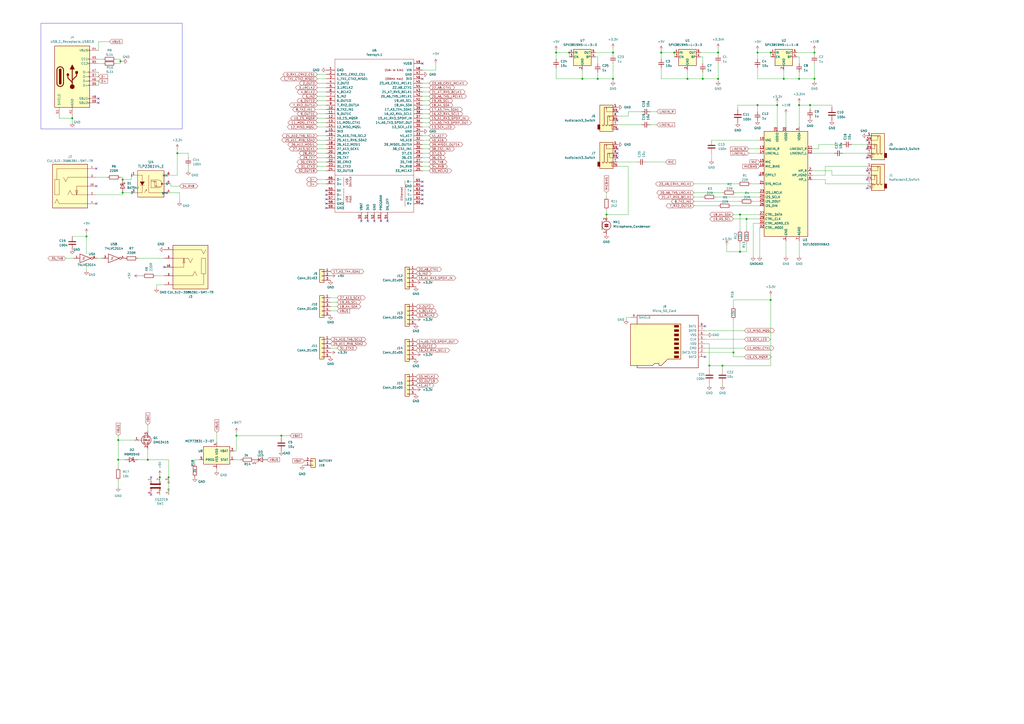
<source format=kicad_sch>
(kicad_sch (version 20231120) (generator "eeschema") (generator_version "8.0")
  (paper "A2")
  (junction (at 71.12 104.14))
  (junction (at 469.9 60.96))
  (junction (at 391.16 30.48))
  (junction (at 439.42 60.96))
  (junction (at 50.165 137.16))
  (junction (at 337.82 45.72))
  (junction (at 429.26 124.46))
  (junction (at 450.85 60.96))
  (junction (at 472.44 30.48))
  (junction (at 97.79 276.86))
  (junction (at 454.66 45.72))
  (junction (at 463.55 60.96))
  (junction (at 322.58 30.48))
  (junction (at 447.04 30.48))
  (junction (at 137.16 252.73))
  (junction (at 419.1 212.09))
  (junction (at 416.56 30.48))
  (junction (at 407.67 45.72))
  (junction (at 439.42 30.48))
  (junction (at 355.6 45.72))
  (junction (at 425.45 204.47))
  (junction (at 68.58 255.27))
  (junction (at 463.55 45.72))
  (junction (at 351.79 124.46))
  (junction (at 330.2 30.48))
  (junction (at 92.71 276.86))
  (junction (at 398.78 45.72))
  (junction (at 163.195 252.73))
  (junction (at 71.12 111.76))
  (junction (at 429.26 146.05))
  (junction (at 447.04 173.99))
  (junction (at 69.85 35.56))
  (junction (at 102.87 88.9))
  (junction (at 355.6 30.48))
  (junction (at 346.71 45.72))
  (junction (at 416.56 45.72))
  (junction (at 68.58 266.7))
  (junction (at 411.48 212.09))
  (junction (at 41.91 68.58))
  (junction (at 472.44 45.72))
  (junction (at 433.07 127))
  (junction (at 383.54 30.48))
  (junction (at 85.725 266.7))
  (no_connect (at 502.92 81.28))
  (no_connect (at 502.92 86.36))
  (no_connect (at 358.14 74.93))
  (no_connect (at 245.11 113.03))
  (no_connect (at 502.92 104.14))
  (no_connect (at 189.23 118.11))
  (no_connect (at 87.63 276.86))
  (no_connect (at 502.92 91.44))
  (no_connect (at 358.14 69.85))
  (no_connect (at 55.88 107.95))
  (no_connect (at 189.23 113.03))
  (no_connect (at 245.11 110.49))
  (no_connect (at 57.15 59.69))
  (no_connect (at 502.92 99.06))
  (no_connect (at 209.55 128.27))
  (no_connect (at 189.23 76.2))
  (no_connect (at 358.14 88.9))
  (no_connect (at 502.92 109.22))
  (no_connect (at 55.88 97.79))
  (no_connect (at 217.17 128.27))
  (no_connect (at 213.36 128.27))
  (no_connect (at 408.94 207.01))
  (no_connect (at 358.14 86.36))
  (no_connect (at 220.98 128.27))
  (no_connect (at 440.69 101.6))
  (no_connect (at 55.88 118.11))
  (no_connect (at 245.11 105.41))
  (no_connect (at 245.11 45.72))
  (no_connect (at 358.14 91.44))
  (no_connect (at 245.11 118.11))
  (no_connect (at 189.23 120.65))
  (no_connect (at 358.14 64.77))
  (no_connect (at 245.11 115.57))
  (no_connect (at 95.25 154.94))
  (no_connect (at 245.11 36.83))
  (no_connect (at 408.94 189.23))
  (no_connect (at 245.11 107.95))
  (no_connect (at 189.23 115.57))
  (no_connect (at 224.79 128.27))
  (no_connect (at 189.23 110.49))
  (no_connect (at 87.63 287.02))
  (no_connect (at 57.15 57.15))
  (wire (pts (xy 471.17 86.36) (xy 474.98 86.36)))
  (wire (pts (xy 447.04 30.48) (xy 447.04 33.02)))
  (wire (pts (xy 330.2 30.48) (xy 330.2 33.02)))
  (wire (pts (xy 135.89 266.7) (xy 139.7 266.7)))
  (wire (pts (xy 113.03 269.24) (xy 113.03 266.7)))
  (wire (pts (xy 248.92 73.66) (xy 245.11 73.66)))
  (wire (pts (xy 59.055 149.86) (xy 56.515 149.86)))
  (wire (pts (xy 137.16 261.62) (xy 137.16 252.73)))
  (wire (pts (xy 469.9 60.96) (xy 463.55 60.96)))
  (wire (pts (xy 68.58 255.27) (xy 68.58 266.7)))
  (wire (pts (xy 184.15 88.9) (xy 189.23 88.9)))
  (wire (pts (xy 391.16 30.48) (xy 391.16 33.02)))
  (wire (pts (xy 71.12 102.87) (xy 71.12 104.14)))
  (wire (pts (xy 472.44 29.21) (xy 472.44 30.48)))
  (wire (pts (xy 383.54 30.48) (xy 383.54 34.29)))
  (wire (pts (xy 358.14 72.39) (xy 372.11 72.39)))
  (wire (pts (xy 463.55 45.72) (xy 472.44 45.72)))
  (wire (pts (xy 346.71 33.02) (xy 345.44 33.02)))
  (wire (pts (xy 408.94 199.39) (xy 411.48 199.39)))
  (wire (pts (xy 252.73 40.64) (xy 245.11 40.64)))
  (wire (pts (xy 57.15 24.13) (xy 63.5 24.13)))
  (wire (pts (xy 248.92 48.26) (xy 245.11 48.26)))
  (wire (pts (xy 72.39 149.86) (xy 73.025 149.86)))
  (wire (pts (xy 69.85 35.56) (xy 71.12 35.56)))
  (wire (pts (xy 248.92 68.58) (xy 245.11 68.58)))
  (wire (pts (xy 462.28 30.48) (xy 472.44 30.48)))
  (wire (pts (xy 109.22 99.06) (xy 109.22 96.52)))
  (wire (pts (xy 447.04 171.45) (xy 447.04 173.99)))
  (wire (pts (xy 184.15 96.52) (xy 189.23 96.52)))
  (wire (pts (xy 355.6 46.99) (xy 355.6 45.72)))
  (wire (pts (xy 472.44 30.48) (xy 472.44 31.75)))
  (wire (pts (xy 463.55 59.69) (xy 463.55 60.96)))
  (wire (pts (xy 425.45 127) (xy 433.07 127)))
  (wire (pts (xy 78.105 255.27) (xy 68.58 255.27)))
  (wire (pts (xy 184.15 60.96) (xy 189.23 60.96)))
  (wire (pts (xy 429.26 124.46) (xy 440.69 124.46)))
  (wire (pts (xy 71.12 113.03) (xy 71.12 111.76)))
  (wire (pts (xy 184.15 50.8) (xy 189.23 50.8)))
  (wire (pts (xy 471.17 99.06) (xy 482.6 99.06)))
  (wire (pts (xy 184.15 71.12) (xy 189.23 71.12)))
  (wire (pts (xy 433.07 127) (xy 440.69 127)))
  (wire (pts (xy 248.92 71.12) (xy 245.11 71.12)))
  (wire (pts (xy 248.92 91.44) (xy 245.11 91.44)))
  (wire (pts (xy 97.79 266.7) (xy 97.79 276.86)))
  (wire (pts (xy 184.15 43.18) (xy 189.23 43.18)))
  (wire (pts (xy 419.1 212.09) (xy 419.1 214.63)))
  (wire (pts (xy 454.66 40.64) (xy 454.66 45.72)))
  (wire (pts (xy 419.1 212.09) (xy 447.04 212.09)))
  (wire (pts (xy 440.69 132.08) (xy 440.69 148.59)))
  (wire (pts (xy 137.16 252.73) (xy 163.195 252.73)))
  (wire (pts (xy 407.67 45.72) (xy 416.56 45.72)))
  (wire (pts (xy 358.14 96.52) (xy 364.49 96.52)))
  (wire (pts (xy 184.15 68.58) (xy 189.23 68.58)))
  (wire (pts (xy 322.58 39.37) (xy 322.58 45.72)))
  (wire (pts (xy 104.14 111.76) (xy 104.14 116.84)))
  (wire (pts (xy 429.26 133.35) (xy 429.26 124.46)))
  (wire (pts (xy 358.14 67.31) (xy 364.49 67.31)))
  (wire (pts (xy 248.92 55.88) (xy 245.11 55.88)))
  (wire (pts (xy 71.12 102.87) (xy 69.85 102.87)))
  (wire (pts (xy 365.76 184.15) (xy 363.22 184.15)))
  (wire (pts (xy 439.42 60.96) (xy 450.85 60.96)))
  (wire (pts (xy 322.58 45.72) (xy 337.82 45.72)))
  (wire (pts (xy 472.44 46.99) (xy 472.44 45.72)))
  (wire (pts (xy 76.2 101.6) (xy 77.47 101.6)))
  (wire (pts (xy 184.15 73.66) (xy 189.23 73.66)))
  (wire (pts (xy 184.15 48.26) (xy 189.23 48.26)))
  (wire (pts (xy 68.58 266.7) (xy 68.58 271.145)))
  (wire (pts (xy 80.645 160.02) (xy 82.55 160.02)))
  (wire (pts (xy 494.03 83.82) (xy 502.92 83.82)))
  (wire (pts (xy 412.75 81.28) (xy 440.69 81.28)))
  (wire (pts (xy 478.79 96.52) (xy 478.79 101.6)))
  (wire (pts (xy 34.29 67.31) (xy 34.29 68.58)))
  (wire (pts (xy 76.2 104.14) (xy 71.12 104.14)))
  (wire (pts (xy 439.42 30.48) (xy 447.04 30.48)))
  (wire (pts (xy 455.93 139.7) (xy 455.93 148.59)))
  (wire (pts (xy 184.15 91.44) (xy 189.23 91.44)))
  (wire (pts (xy 478.79 106.68) (xy 502.92 106.68)))
  (wire (pts (xy 248.92 93.98) (xy 245.11 93.98)))
  (wire (pts (xy 415.29 114.3) (xy 440.69 114.3)))
  (wire (pts (xy 469.9 63.5) (xy 469.9 60.96)))
  (wire (pts (xy 248.92 96.52) (xy 245.11 96.52)))
  (wire (pts (xy 248.92 66.04) (xy 245.11 66.04)))
  (wire (pts (xy 425.45 173.99) (xy 425.45 177.8)))
  (wire (pts (xy 41.91 68.58) (xy 41.91 71.12)))
  (wire (pts (xy 68.58 282.575) (xy 68.58 278.765)))
  (wire (pts (xy 381 72.39) (xy 377.19 72.39)))
  (wire (pts (xy 99.0854 107.95) (xy 104.14 107.95)))
  (wire (pts (xy 502.92 96.52) (xy 478.79 96.52)))
  (wire (pts (xy 386.08 93.98) (xy 374.65 93.98)))
  (wire (pts (xy 248.92 53.34) (xy 245.11 53.34)))
  (wire (pts (xy 184.15 58.42) (xy 189.23 58.42)))
  (wire (pts (xy 434.34 88.9) (xy 440.69 88.9)))
  (wire (pts (xy 482.6 99.06) (xy 482.6 101.6)))
  (wire (pts (xy 68.58 252.73) (xy 68.58 255.27)))
  (wire (pts (xy 351.79 111.76) (xy 351.79 114.3)))
  (wire (pts (xy 381 64.77) (xy 377.19 64.77)))
  (wire (pts (xy 69.85 36.83) (xy 67.31 36.83)))
  (wire (pts (xy 398.78 45.72) (xy 407.67 45.72)))
  (wire (pts (xy 398.78 40.64) (xy 398.78 45.72)))
  (wire (pts (xy 109.22 91.44) (xy 109.22 88.9)))
  (wire (pts (xy 355.6 27.94) (xy 355.6 30.48)))
  (wire (pts (xy 345.44 30.48) (xy 355.6 30.48)))
  (wire (pts (xy 482.6 62.23) (xy 482.6 60.96)))
  (wire (pts (xy 57.15 46.99) (xy 57.15 49.53)))
  (wire (pts (xy 411.48 199.39) (xy 411.48 212.09)))
  (wire (pts (xy 97.79 276.86) (xy 97.79 287.02)))
  (wire (pts (xy 97.79 101.6) (xy 102.87 101.6)))
  (wire (pts (xy 425.45 207.01) (xy 431.8 207.01)))
  (wire (pts (xy 383.54 29.21) (xy 383.54 30.48)))
  (wire (pts (xy 322.58 29.21) (xy 322.58 30.48)))
  (wire (pts (xy 447.04 173.99) (xy 447.04 212.09)))
  (wire (pts (xy 102.87 86.36) (xy 102.87 88.9)))
  (wire (pts (xy 364.49 124.46) (xy 351.79 124.46)))
  (wire (pts (xy 191.77 201.93) (xy 195.58 201.93)))
  (wire (pts (xy 402.59 116.84) (xy 429.26 116.84)))
  (wire (pts (xy 184.15 104.14) (xy 189.23 104.14)))
  (wire (pts (xy 346.71 41.91) (xy 346.71 45.72)))
  (wire (pts (xy 184.15 66.04) (xy 189.23 66.04)))
  (wire (pts (xy 419.1 223.52) (xy 419.1 222.25)))
  (wire (pts (xy 416.56 45.72) (xy 416.56 36.83)))
  (wire (pts (xy 433.07 140.97) (xy 433.07 146.05)))
  (wire (pts (xy 57.15 29.21) (xy 57.15 24.13)))
  (wire (pts (xy 351.79 125.73) (xy 351.79 124.46)))
  (wire (pts (xy 191.77 172.72) (xy 195.58 172.72)))
  (wire (pts (xy 38.1 149.86) (xy 42.545 149.86)))
  (wire (pts (xy 369.57 93.98) (xy 358.14 93.98)))
  (wire (pts (xy 407.67 33.02) (xy 406.4 33.02)))
  (wire (pts (xy 184.15 86.36) (xy 189.23 86.36)))
  (wire (pts (xy 402.59 114.3) (xy 407.67 114.3)))
  (wire (pts (xy 433.07 133.35) (xy 433.07 127)))
  (wire (pts (xy 41.91 67.31) (xy 41.91 68.58)))
  (wire (pts (xy 439.42 39.37) (xy 439.42 45.72)))
  (wire (pts (xy 402.59 119.38) (xy 416.56 119.38)))
  (wire (pts (xy 184.15 45.72) (xy 189.23 45.72)))
  (wire (pts (xy 72.39 266.7) (xy 68.58 266.7)))
  (wire (pts (xy 427.99 60.96) (xy 439.42 60.96)))
  (wire (pts (xy 248.92 58.42) (xy 245.11 58.42)))
  (wire (pts (xy 455.93 66.04) (xy 455.93 73.66)))
  (wire (pts (xy 408.94 191.77) (xy 431.8 191.77)))
  (wire (pts (xy 85.725 260.35) (xy 85.725 266.7)))
  (wire (pts (xy 71.12 111.76) (xy 77.47 111.76)))
  (wire (pts (xy 95.25 165.1) (xy 90.805 165.1)))
  (wire (pts (xy 450.85 60.96) (xy 450.85 73.66)))
  (wire (pts (xy 337.82 45.72) (xy 346.71 45.72)))
  (wire (pts (xy 439.42 64.77) (xy 439.42 60.96)))
  (wire (pts (xy 474.98 83.82) (xy 488.95 83.82)))
  (wire (pts (xy 411.48 223.52) (xy 411.48 222.25)))
  (wire (pts (xy 34.29 68.58) (xy 41.91 68.58)))
  (wire (pts (xy 463.55 41.91) (xy 463.55 45.72)))
  (wire (pts (xy 346.71 45.72) (xy 355.6 45.72)))
  (wire (pts (xy 195.58 175.26) (xy 191.77 175.26)))
  (wire (pts (xy 412.75 88.9) (xy 412.75 92.71)))
  (wire (pts (xy 252.73 36.83) (xy 252.73 40.64)))
  (wire (pts (xy 402.59 111.76) (xy 419.1 111.76)))
  (wire (pts (xy 436.88 129.54) (xy 436.88 148.59)))
  (wire (pts (xy 402.59 106.68) (xy 427.99 106.68)))
  (wire (pts (xy 416.56 30.48) (xy 416.56 31.75)))
  (wire (pts (xy 175.26 269.875) (xy 176.53 269.875)))
  (wire (pts (xy 248.92 78.74) (xy 245.11 78.74)))
  (wire (pts (xy 85.725 266.7) (xy 97.79 266.7)))
  (wire (pts (xy 184.15 81.28) (xy 189.23 81.28)))
  (wire (pts (xy 407.67 36.83) (xy 407.67 33.02)))
  (wire (pts (xy 113.03 266.7) (xy 115.57 266.7)))
  (wire (pts (xy 55.88 113.03) (xy 71.12 113.03)))
  (wire (pts (xy 383.54 39.37) (xy 383.54 45.72)))
  (wire (pts (xy 383.54 45.72) (xy 398.78 45.72)))
  (wire (pts (xy 408.94 201.93) (xy 431.8 201.93)))
  (wire (pts (xy 364.49 67.31) (xy 364.49 64.77)))
  (wire (pts (xy 440.69 129.54) (xy 436.88 129.54)))
  (wire (pts (xy 248.92 60.96) (xy 245.11 60.96)))
  (wire (pts (xy 184.15 55.88) (xy 189.23 55.88)))
  (wire (pts (xy 406.4 30.48) (xy 416.56 30.48)))
  (wire (pts (xy 337.82 40.64) (xy 337.82 45.72)))
  (wire (pts (xy 425.45 124.46) (xy 429.26 124.46)))
  (wire (pts (xy 363.22 184.15) (xy 363.22 185.42)))
  (wire (pts (xy 184.15 93.98) (xy 189.23 93.98)))
  (wire (pts (xy 248.92 99.06) (xy 245.11 99.06)))
  (wire (pts (xy 248.92 83.82) (xy 245.11 83.82)))
  (wire (pts (xy 463.55 36.83) (xy 463.55 33.02)))
  (wire (pts (xy 463.55 60.96) (xy 463.55 73.66)))
  (wire (pts (xy 135.89 261.62) (xy 137.16 261.62)))
  (wire (pts (xy 184.15 99.06) (xy 189.23 99.06)))
  (wire (pts (xy 482.6 101.6) (xy 502.92 101.6)))
  (wire (pts (xy 488.95 88.9) (xy 502.92 88.9)))
  (wire (pts (xy 248.92 81.28) (xy 245.11 81.28)))
  (wire (pts (xy 355.6 45.72) (xy 355.6 36.83)))
  (wire (pts (xy 474.98 86.36) (xy 474.98 83.82)))
  (wire (pts (xy 410.21 194.31) (xy 408.94 194.31)))
  (wire (pts (xy 90.17 160.02) (xy 95.25 160.02)))
  (wire (pts (xy 182.88 63.5) (xy 189.23 63.5)))
  (wire (pts (xy 478.79 101.6) (xy 471.17 101.6)))
  (wire (pts (xy 439.42 30.48) (xy 439.42 34.29)))
  (wire (pts (xy 463.55 33.02) (xy 462.28 33.02)))
  (wire (pts (xy 137.16 252.73) (xy 137.16 250.825)))
  (wire (pts (xy 383.54 30.48) (xy 391.16 30.48)))
  (wire (pts (xy 454.66 45.72) (xy 463.55 45.72)))
  (wire (pts (xy 436.88 116.84) (xy 440.69 116.84)))
  (wire (pts (xy 425.45 173.99) (xy 447.04 173.99)))
  (wire (pts (xy 191.77 177.8) (xy 195.58 177.8)))
  (wire (pts (xy 471.17 104.14) (xy 478.79 104.14)))
  (wire (pts (xy 450.85 59.69) (xy 450.85 60.96)))
  (wire (pts (xy 90.805 165.1) (xy 90.805 167.005)))
  (wire (pts (xy 67.31 34.29) (xy 69.85 34.29)))
  (wire (pts (xy 471.17 88.9) (xy 483.87 88.9)))
  (wire (pts (xy 416.56 46.99) (xy 416.56 45.72)))
  (wire (pts (xy 439.42 45.72) (xy 454.66 45.72)))
  (wire (pts (xy 109.22 88.9) (xy 102.87 88.9)))
  (wire (pts (xy 364.49 96.52) (xy 364.49 124.46)))
  (wire (pts (xy 427.99 63.5) (xy 427.99 60.96)))
  (wire (pts (xy 439.42 29.21) (xy 439.42 30.48)))
  (wire (pts (xy 57.15 34.29) (xy 59.69 34.29)))
  (wire (pts (xy 351.79 124.46) (xy 351.79 121.92)))
  (wire (pts (xy 425.45 185.42) (xy 425.45 204.47)))
  (wire (pts (xy 322.58 30.48) (xy 322.58 34.29)))
  (wire (pts (xy 425.45 207.01) (xy 425.45 204.47)))
  (wire (pts (xy 424.18 119.38) (xy 440.69 119.38)))
  (wire (pts (xy 463.55 139.7) (xy 463.55 148.59)))
  (wire (pts (xy 411.48 212.09) (xy 419.1 212.09)))
  (wire (pts (xy 248.92 88.9) (xy 245.11 88.9)))
  (wire (pts (xy 184.15 78.74) (xy 189.23 78.74)))
  (wire (pts (xy 125.73 250.825) (xy 125.73 256.54)))
  (wire (pts (xy 408.94 204.47) (xy 425.45 204.47)))
  (wire (pts (xy 416.56 27.94) (xy 416.56 30.48)))
  (wire (pts (xy 429.26 146.05) (xy 421.64 146.05)))
  (wire (pts (xy 97.79 106.68) (xy 99.0854 106.68)))
  (wire (pts (xy 184.15 83.82) (xy 189.23 83.82)))
  (wire (pts (xy 57.15 44.45) (xy 57.15 41.91)))
  (wire (pts (xy 346.71 36.83) (xy 346.71 33.02)))
  (wire (pts (xy 97.79 111.76) (xy 104.14 111.76)))
  (wire (pts (xy 92.71 276.86) (xy 92.71 287.02)))
  (wire (pts (xy 184.15 53.34) (xy 189.23 53.34)))
  (wire (pts (xy 69.85 35.56) (xy 69.85 36.83)))
  (wire (pts (xy 191.77 180.34) (xy 195.58 180.34)))
  (wire (pts (xy 57.15 36.83) (xy 59.69 36.83)))
  (wire (pts (xy 426.72 111.76) (xy 440.69 111.76)))
  (wire (pts (xy 50.165 156.845) (xy 50.165 152.4)))
  (wire (pts (xy 421.64 146.05) (xy 421.64 142.24)))
  (wire (pts (xy 408.94 196.85) (xy 431.8 196.85)))
  (wire (pts (xy 355.6 30.48) (xy 355.6 31.75)))
  (wire (pts (xy 99.0854 106.68) (xy 99.0854 107.95)))
  (wire (pts (xy 433.07 146.05) (xy 429.26 146.05)))
  (wire (pts (xy 55.88 102.87) (xy 62.23 102.87)))
  (wire (pts (xy 248.92 50.8) (xy 245.11 50.8)))
  (wire (pts (xy 482.6 60.96) (xy 469.9 60.96)))
  (wire (pts (xy 50.165 137.16) (xy 50.165 147.32)))
  (wire (pts (xy 478.79 104.14) (xy 478.79 106.68)))
  (wire (pts (xy 69.85 34.29) (xy 69.85 35.56)))
  (wire (pts (xy 50.165 135.255) (xy 50.165 137.16)))
  (wire (pts (xy 472.44 45.72) (xy 472.44 36.83)))
  (wire (pts (xy 80.01 149.86) (xy 95.25 149.86)))
  (wire (pts (xy 125.73 273.05) (xy 125.73 271.78)))
  (wire (pts (xy 407.67 41.91) (xy 407.67 45.72)))
  (wire (pts (xy 248.92 63.5) (xy 245.11 63.5)))
  (wire (pts (xy 85.725 246.38) (xy 85.725 250.19)))
  (wire (pts (xy 184.15 106.68) (xy 189.23 106.68)))
  (wire (pts (xy 322.58 30.48) (xy 330.2 30.48)))
  (wire (pts (xy 80.01 266.7) (xy 85.725 266.7)))
  (wire (pts (xy 435.61 106.68) (xy 440.69 106.68)))
  (wire (pts (xy 364.49 64.77) (xy 372.11 64.77)))
  (wire (pts (xy 429.26 140.97) (xy 429.26 146.05)))
  (wire (pts (xy 248.92 86.36) (xy 245.11 86.36)))
  (wire (pts (xy 102.87 88.9) (xy 102.87 101.6)))
  (wire (pts (xy 92.71 275.59) (xy 92.71 276.86)))
  (wire (pts (xy 41.91 137.16) (xy 50.165 137.16)))
  (wire (pts (xy 163.195 252.73) (xy 163.195 254)))
  (wire (pts (xy 76.2 101.6) (xy 76.2 104.14)))
  (wire (pts (xy 434.34 86.36) (xy 440.69 86.36)))
  (wire (pts (xy 163.195 252.73) (xy 168.275 252.73)))
  (wire (pts (xy 411.48 212.09) (xy 411.48 214.63)))
  (rectangle (start 23.749 13.462) (end 105.664 74.803))
  (global_label "20_A6_TX5_LRCLK1" (shape bidirectional) (at 402.59 111.76 180) (property "Intersheetrefs" "${INTERSHEET_REFS}" (effects (hide yes))))
  (global_label "22_A8_CTX1" (shape bidirectional) (at 248.92 50.8 0) (property "Intersheetrefs" "${INTERSHEET_REFS}" (effects (hide yes))))
  (global_label "37_CS" (shape bidirectional) (at 248.92 88.9 0) (property "Intersheetrefs" "${INTERSHEET_REFS}" (effects (hide yes))))
  (global_label "25_A11_RX6_SDA2" (shape bidirectional) (at 184.15 81.28 180) (property "Intersheetrefs" "${INTERSHEET_REFS}" (effects (hide yes))))
  (global_label "3_LRCLK2" (shape bidirectional) (at 241.3 182.88 0) (property "Intersheetrefs" "${INTERSHEET_REFS}" (effects (hide yes))))
  (global_label "17_A3_TX4_SDA1" (shape bidirectional) (at 191.77 157.48 0) (property "Intersheetrefs" "${INTERSHEET_REFS}" (effects (hide yes))))
  (global_label "3_LRCLK2" (shape bidirectional) (at 184.15 50.8 180) (property "Intersheetrefs" "${INTERSHEET_REFS}" (effects (hide yes))))
  (global_label "5_IN2" (shape bidirectional) (at 241.3 158.75 0) (property "Intersheetrefs" "${INTERSHEET_REFS}" (effects (hide yes))))
  (global_label "MIC" (shape input) (at 440.69 93.98 180) (property "Intersheetrefs" "${INTERSHEET_REFS}" (effects (hide yes))))
  (global_label "12_MISO_MQSL" (shape bidirectional) (at 431.8 191.77 0) (property "Intersheetrefs" "${INTERSHEET_REFS}" (effects (hide yes))))
  (global_label "35_TX8" (shape bidirectional) (at 248.92 93.98 0) (property "Intersheetrefs" "${INTERSHEET_REFS}" (effects (hide yes))))
  (global_label "VBUS" (shape input) (at 154.94 266.7 0) (property "Intersheetrefs" "${INTERSHEET_REFS}" (effects (hide yes))))
  (global_label "9_OUT1C" (shape bidirectional) (at 241.3 200.66 0) (property "Intersheetrefs" "${INTERSHEET_REFS}" (effects (hide yes))))
  (global_label "32_OUT1B" (shape bidirectional) (at 241.3 220.98 0) (property "Intersheetrefs" "${INTERSHEET_REFS}" (effects (hide yes))))
  (global_label "VBUS" (shape input) (at 195.58 180.34 0) (property "Intersheetrefs" "${INTERSHEET_REFS}" (effects (hide yes))))
  (global_label "32_OUT1B" (shape bidirectional) (at 184.15 99.06 180) (property "Intersheetrefs" "${INTERSHEET_REFS}" (effects (hide yes))))
  (global_label "19_A5_SCL" (shape bidirectional) (at 195.58 175.26 0) (property "Intersheetrefs" "${INTERSHEET_REFS}" (effects (hide yes))))
  (global_label "4_BCLK2" (shape bidirectional) (at 184.15 53.34 180) (property "Intersheetrefs" "${INTERSHEET_REFS}" (effects (hide yes))))
  (global_label "5_IN2" (shape bidirectional) (at 184.15 55.88 180) (property "Intersheetrefs" "${INTERSHEET_REFS}" (effects (hide yes))))
  (global_label "40_A16" (shape bidirectional) (at 248.92 81.28 0) (property "Intersheetrefs" "${INTERSHEET_REFS}" (effects (hide yes))))
  (global_label "23_A9_CRX1_MCLK1" (shape bidirectional) (at 248.92 48.26 0) (property "Intersheetrefs" "${INTERSHEET_REFS}" (effects (hide yes))))
  (global_label "15_A1_RX3_SPDIF_IN" (shape bidirectional) (at 241.3 161.29 0) (property "Intersheetrefs" "${INTERSHEET_REFS}" (effects (hide yes))))
  (global_label "7_RX2_OUT1A" (shape bidirectional) (at 184.15 60.96 180) (property "Intersheetrefs" "${INTERSHEET_REFS}" (effects (hide yes))))
  (global_label "33_MCLK2" (shape bidirectional) (at 248.92 99.06 0) (property "Intersheetrefs" "${INTERSHEET_REFS}" (effects (hide yes))))
  (global_label "21_A7_RX5_BCLK1" (shape bidirectional) (at 402.59 114.3 180) (property "Intersheetrefs" "${INTERSHEET_REFS}" (effects (hide yes))))
  (global_label "25_A11_RX6_SDA2" (shape bidirectional) (at 191.77 199.39 0) (property "Intersheetrefs" "${INTERSHEET_REFS}" (effects (hide yes))))
  (global_label "VBUS" (shape input) (at 63.5 24.13 0) (property "Intersheetrefs" "${INTERSHEET_REFS}" (effects (hide yes))))
  (global_label "1_TX1_CTX2_MISO1" (shape bidirectional) (at 184.15 45.72 180) (property "Intersheetrefs" "${INTERSHEET_REFS}" (effects (hide yes))))
  (global_label "19_A5_SCL" (shape bidirectional) (at 248.92 58.42 0) (property "Intersheetrefs" "${INTERSHEET_REFS}" (effects (hide yes))))
  (global_label "12_MISO_MQSL" (shape bidirectional) (at 184.15 73.66 180) (property "Intersheetrefs" "${INTERSHEET_REFS}" (effects (hide yes))))
  (global_label "6_OUT1D" (shape bidirectional) (at 184.15 58.42 180) (property "Intersheetrefs" "${INTERSHEET_REFS}" (effects (hide yes))))
  (global_label "18_A4_SDA" (shape bidirectional) (at 425.45 124.46 180) (property "Intersheetrefs" "${INTERSHEET_REFS}" (effects (hide yes))))
  (global_label "LINEIN_R" (shape input) (at 381 64.77 0) (property "Intersheetrefs" "${INTERSHEET_REFS}" (effects (hide yes))))
  (global_label "13_SCK_LED" (shape bidirectional) (at 431.8 196.85 0) (property "Intersheetrefs" "${INTERSHEET_REFS}" (effects (hide yes))))
  (global_label "23_A9_CRX1_MCLK1" (shape bidirectional) (at 402.59 106.68 180) (property "Intersheetrefs" "${INTERSHEET_REFS}" (effects (hide yes))))
  (global_label "9_OUT1C" (shape bidirectional) (at 184.15 66.04 180) (property "Intersheetrefs" "${INTERSHEET_REFS}" (effects (hide yes))))
  (global_label "19_A5_SCL" (shape bidirectional) (at 425.45 127 180) (property "Intersheetrefs" "${INTERSHEET_REFS}" (effects (hide yes))))
  (global_label "MICBIAS" (shape input) (at 351.79 111.76 90) (property "Intersheetrefs" "${INTERSHEET_REFS}" (effects (hide yes))))
  (global_label "28_RX7" (shape bidirectional) (at 184.15 88.9 180) (property "Intersheetrefs" "${INTERSHEET_REFS}" (effects (hide yes))))
  (global_label "D-" (shape input) (at 57.15 44.45 0) (property "Intersheetrefs" "${INTERSHEET_REFS}" (effects (hide yes))))
  (global_label "D-" (shape bidirectional) (at 184.15 104.14 180) (property "Intersheetrefs" "${INTERSHEET_REFS}" (effects (hide yes))))
  (global_label "39_MISO1_OUT1A" (shape bidirectional) (at 248.92 83.82 0) (property "Intersheetrefs" "${INTERSHEET_REFS}" (effects (hide yes))))
  (global_label "26_A12_MOSI1" (shape bidirectional) (at 184.15 83.82 180) (property "Intersheetrefs" "${INTERSHEET_REFS}" (effects (hide yes))))
  (global_label "D+" (shape bidirectional) (at 184.15 106.68 180) (property "Intersheetrefs" "${INTERSHEET_REFS}" (effects (hide yes))))
  (global_label "8_TX2_IN1" (shape bidirectional) (at 402.59 116.84 180) (property "Intersheetrefs" "${INTERSHEET_REFS}" (effects (hide yes))))
  (global_label "MIC" (shape input) (at 386.08 93.98 0) (property "Intersheetrefs" "${INTERSHEET_REFS}" (effects (hide yes))))
  (global_label "41_A17" (shape bidirectional) (at 241.3 223.52 0) (property "Intersheetrefs" "${INTERSHEET_REFS}" (effects (hide yes))))
  (global_label "21_A7_RX5_BCLK1" (shape bidirectional) (at 248.92 53.34 0) (property "Intersheetrefs" "${INTERSHEET_REFS}" (effects (hide yes))))
  (global_label "20_A6_TX5_LRCLK1" (shape bidirectional) (at 248.92 55.88 0) (property "Intersheetrefs" "${INTERSHEET_REFS}" (effects (hide yes))))
  (global_label "31_CTX3" (shape bidirectional) (at 184.15 96.52 180) (property "Intersheetrefs" "${INTERSHEET_REFS}" (effects (hide yes))))
  (global_label "LINEIN_R" (shape input) (at 434.34 86.36 180) (property "Intersheetrefs" "${INTERSHEET_REFS}" (effects (hide yes))))
  (global_label "8_TX2_IN1" (shape bidirectional) (at 182.88 63.5 180) (property "Intersheetrefs" "${INTERSHEET_REFS}" (effects (hide yes))))
  (global_label "36_CS" (shape bidirectional) (at 248.92 91.44 0) (property "Intersheetrefs" "${INTERSHEET_REFS}" (effects (hide yes))))
  (global_label "0_RX1_CRX2_CS1" (shape bidirectional) (at 184.15 43.18 180) (property "Intersheetrefs" "${INTERSHEET_REFS}" (effects (hide yes))))
  (global_label "VBAT" (shape input) (at 176.53 267.335 180) (property "Intersheetrefs" "${INTERSHEET_REFS}" (effects (hide yes))))
  (global_label "2_OUT2" (shape bidirectional) (at 241.3 177.8 0) (property "Intersheetrefs" "${INTERSHEET_REFS}" (effects (hide yes))))
  (global_label "27_A13_SCK1" (shape bidirectional) (at 184.15 86.36 180) (property "Intersheetrefs" "${INTERSHEET_REFS}" (effects (hide yes))))
  (global_label "34_RX8" (shape bidirectional) (at 248.92 96.52 0) (property "Intersheetrefs" "${INTERSHEET_REFS}" (effects (hide yes))))
  (global_label "10_CS_MQSR" (shape bidirectional) (at 431.8 207.01 0) (property "Intersheetrefs" "${INTERSHEET_REFS}" (effects (hide yes))))
  (global_label "18_A4_SDA" (shape bidirectional) (at 195.58 177.8 0) (property "Intersheetrefs" "${INTERSHEET_REFS}" (effects (hide yes))))
  (global_label "LINEIN_L" (shape input) (at 434.34 88.9 180) (property "Intersheetrefs" "${INTERSHEET_REFS}" (effects (hide yes))))
  (global_label "13_SCK_LED" (shape bidirectional) (at 248.92 73.66 0) (property "Intersheetrefs" "${INTERSHEET_REFS}" (effects (hide yes))))
  (global_label "31_CTX3" (shape bidirectional) (at 195.58 201.93 0) (property "Intersheetrefs" "${INTERSHEET_REFS}" (effects (hide yes))))
  (global_label "38_CS1_IN1" (shape bidirectional) (at 248.92 86.36 0) (property "Intersheetrefs" "${INTERSHEET_REFS}" (effects (hide yes))))
  (global_label "14_A0_TX3_SPDIF_OUT" (shape bidirectional) (at 248.92 71.12 0) (property "Intersheetrefs" "${INTERSHEET_REFS}" (effects (hide yes))))
  (global_label "18_A4_SDA" (shape bidirectional) (at 248.92 60.96 0) (property "Intersheetrefs" "${INTERSHEET_REFS}" (effects (hide yes))))
  (global_label "24_A10_TX6_SCL2" (shape bidirectional) (at 184.15 78.74 180) (property "Intersheetrefs" "${INTERSHEET_REFS}" (effects (hide yes))))
  (global_label "11_MOSI_CTX1" (shape bidirectional) (at 184.15 71.12 180) (property "Intersheetrefs" "${INTERSHEET_REFS}" (effects (hide yes))))
  (global_label "35_TX8" (shape bidirectional) (at 38.1 149.86 180) (property "Intersheetrefs" "${INTERSHEET_REFS}" (effects (hide yes))))
  (global_label "14_A0_TX3_SPDIF_OUT" (shape bidirectional) (at 241.3 198.12 0) (property "Intersheetrefs" "${INTERSHEET_REFS}" (effects (hide yes))))
  (global_label "34_RX8" (shape bidirectional) (at 104.14 107.95 0) (property "Intersheetrefs" "${INTERSHEET_REFS}" (effects (hide yes))))
  (global_label "VBAT" (shape input) (at 168.275 252.73 0) (property "Intersheetrefs" "${INTERSHEET_REFS}" (effects (hide yes))))
  (global_label "VBUS" (shape input) (at 68.58 252.73 90) (property "Intersheetrefs" "${INTERSHEET_REFS}" (effects (hide yes))))
  (global_label "41_A17" (shape bidirectional) (at 248.92 78.74 0) (property "Intersheetrefs" "${INTERSHEET_REFS}" (effects (hide yes))))
  (global_label "16_A2_RX4_SCL1" (shape bidirectional) (at 248.92 66.04 0) (property "Intersheetrefs" "${INTERSHEET_REFS}" (effects (hide yes))))
  (global_label "30_CRX3" (shape bidirectional) (at 184.15 93.98 180) (property "Intersheetrefs" "${INTERSHEET_REFS}" (effects (hide yes))))
  (global_label "7_RX2_OUT1A" (shape bidirectional) (at 402.59 119.38 180) (property "Intersheetrefs" "${INTERSHEET_REFS}" (effects (hide yes))))
  (global_label "27_A13_SCK1" (shape bidirectional) (at 195.58 172.72 0) (property "Intersheetrefs" "${INTERSHEET_REFS}" (effects (hide yes))))
  (global_label "MICBIAS" (shape input) (at 440.69 96.52 180) (property "Intersheetrefs" "${INTERSHEET_REFS}" (effects (hide yes))))
  (global_label "29_TX7" (shape bidirectional) (at 184.15 91.44 180) (property "Intersheetrefs" "${INTERSHEET_REFS}" (effects (hide yes))))
  (global_label "33_MCLK2" (shape bidirectional) (at 241.3 218.44 0) (property "Intersheetrefs" "${INTERSHEET_REFS}" (effects (hide yes))))
  (global_label "VBAT" (shape input) (at 85.725 246.38 90) (property "Intersheetrefs" "${INTERSHEET_REFS}" (effects (hide yes))))
  (global_label "10_CS_MQSR" (shape bidirectional) (at 184.15 68.58 180) (property "Intersheetrefs" "${INTERSHEET_REFS}" (effects (hide yes))))
  (global_label "16_A2_RX4_SCL1" (shape bidirectional) (at 241.3 203.2 0) (property "Intersheetrefs" "${INTERSHEET_REFS}" (effects (hide yes))))
  (global_label "24_A10_TX6_SCL2" (shape bidirectional) (at 191.77 196.85 0) (property "Intersheetrefs" "${INTERSHEET_REFS}" (effects (hide yes))))
  (global_label "D+" (shape input) (at 57.15 46.99 0) (property "Intersheetrefs" "${INTERSHEET_REFS}" (effects (hide yes))))
  (global_label "LINEIN_L" (shape input) (at 381 72.39 0) (property "Intersheetrefs" "${INTERSHEET_REFS}" (effects (hide yes))))
  (global_label "VBUS" (shape input) (at 125.73 250.825 90) (property "Intersheetrefs" "${INTERSHEET_REFS}" (effects (hide yes))))
  (global_label "4_BCLK2" (shape bidirectional) (at 241.3 180.34 0) (property "Intersheetrefs" "${INTERSHEET_REFS}" (effects (hide yes))))
  (global_label "2_OUT2" (shape bidirectional) (at 184.15 48.26 180) (property "Intersheetrefs" "${INTERSHEET_REFS}" (effects (hide yes))))
  (global_label "11_MOSI_CTX1" (shape bidirectional) (at 431.8 201.93 0) (property "Intersheetrefs" "${INTERSHEET_REFS}" (effects (hide yes))))
  (global_label "22_A8_CTX1" (shape bidirectional) (at 241.3 156.21 0) (property "Intersheetrefs" "${INTERSHEET_REFS}" (effects (hide yes))))
  (global_label "17_A3_TX4_SDA1" (shape bidirectional) (at 248.92 63.5 0) (property "Intersheetrefs" "${INTERSHEET_REFS}" (effects (hide yes))))
  (global_label "15_A1_RX3_SPDIF_IN" (shape bidirectional) (at 248.92 68.58 0) (property "Intersheetrefs" "${INTERSHEET_REFS}" (effects (hide yes))))
  (symbol (lib_id "power:+3.3V") (at 191.77 204.47 270) (unit 1)
    (property "Reference" "#PWR048" (effects (hide yes)))
    (property "Value" "+3.3V" (at 195.58 204.4699 90) (effects (justify left)))
  )
  (symbol (lib_id "Device:C_Small") (at 416.56 34.29 0) (unit 1)
    (property "Reference" "C1" (at 419.1 33.0263 0) (effects (justify left)))
    (property "Value" "1u" (at 419.1 35.5663 0) (effects (justify left)))
    (property "Footprint" "Capacitor_SMD:C_0402_1005Metric" (effects (hide yes)))
    (property "lcsc#" "C52923" (effects (hide yes)))
    (property "LCSC" "C52923" (effects (hide yes)))
  )
  (symbol (lib_id "power:GND") (at 355.6 46.99 0) (unit 1)
    (property "Reference" "#PWR055" (effects (hide yes)))
    (property "Value" "GND" (at 355.6 51.435 0))
  )
  (symbol (lib_id "Device:LED") (at 151.13 266.7 0) (unit 1)
    (property "Reference" "D3" (at 151.13 262.255 0))
    (property "Value" "LED" (at 151.13 264.16 0))
    (property "Footprint" "LED_SMD:LED_0603_1608Metric" (effects (hide yes)))
    (property "lcsc#" "C2286" (effects (hide yes)))
    (property "LCSC" "C2286" (effects (hide yes)))
  )
  (symbol (lib_id "power:+5V") (at 383.54 29.21 0) (unit 1)
    (property "Reference" "#PWR03" (effects (hide yes)))
    (property "Value" "+5V" (at 383.54 24.13 0))
  )
  (symbol (lib_id "Device:Q_PMOS_GSD") (at 83.185 255.27 0) (unit 1)
    (property "Reference" "Q1" (at 88.9 254 0) (effects (justify left)))
    (property "Value" "DMG3415" (at 88.9 256.54 0) (effects (justify left)))
    (property "Footprint" "Package_TO_SOT_SMD:SOT-23" (effects (hide yes)))
    (property "lcsc#" "C7202986" (effects (hide yes)))
    (property "LCSC" "C7202986" (effects (hide yes)))
  )
  (symbol (lib_id "power:GND") (at 410.21 194.31 90) (unit 1)
    (property "Reference" "#PWR039" (effects (hide yes)))
    (property "Value" "GND" (at 417.195 194.31 90) (effects (justify left)))
  )
  (symbol (lib_id "power:GND") (at 71.12 35.56 90) (unit 1)
    (property "Reference" "#PWR032" (effects (hide yes)))
    (property "Value" "GND" (at 71.12 33.02 90) (effects (justify right)))
  )
  (symbol (lib_id "Device:R") (at 422.91 111.76 90) (unit 1)
    (property "Reference" "R2" (at 423.164 106.934 90))
    (property "Value" "22R" (at 423.164 109.474 90))
    (property "Footprint" "Resistor_SMD:R_0402_1005Metric" (effects (hide yes)))
    (property "lcsc#" "C25092" (effects (hide yes)))
    (property "LCSC" "C25092" (effects (hide yes)))
  )
  (symbol (lib_id "Device:R") (at 76.2 149.86 90) (unit 1)
    (property "Reference" "R7" (at 76.2 144.145 90))
    (property "Value" "220R" (at 76.2 146.685 90))
    (property "Footprint" "Resistor_SMD:R_0603_1608Metric" (effects (hide yes)))
    (property "lcsc#" "C22962" (effects (hide yes)))
    (property "LCSC" "C22962" (effects (hide yes)))
  )
  (symbol (lib_id "power:GND") (at 241.3 208.28 0) (mirror y) (unit 1)
    (property "Reference" "#PWR062" (effects (hide yes)))
    (property "Value" "GND" (at 241.3 212.344 0))
  )
  (symbol (lib_id "Connector_Audio:AudioJack3_Switch") (at 353.06 88.9 0) (unit 1)
    (property "Reference" "J7" (at 345.44 88.8999 0) (effects (justify right)))
    (property "Value" "AudioJack3_Switch" (at 345.44 91.4399 0) (effects (justify right)))
    (property "Footprint" "Connector_Audio:Jack_6.35mm_Neutrik_NMJ6HCD2_Horizontal" (effects (hide yes)))
    (property "Description" "Audio Jack, 3 Poles (Stereo / TRS), Switched Poles (Normalling)" (effects (hide yes)))
    (property "lcsc#" "C368502" (effects (hide yes)))
    (property "LCSC" "C368502" (effects (hide yes)))
  )
  (symbol (lib_id "power:GND") (at 109.22 99.06 0) (mirror y) (unit 1)
    (property "Reference" "#PWR023" (effects (hide yes)))
    (property "Value" "GND" (at 113.03 101.6 0))
  )
  (symbol (lib_id "power:+3.3V") (at 241.3 226.06 270) (unit 1)
    (property "Reference" "#PWR063" (effects (hide yes)))
    (property "Value" "+3.3V" (at 245.11 226.0599 90) (effects (justify left)))
  )
  (symbol (lib_id "74xGxx:74LVC2G14") (at 66.675 149.86 0) (unit 2)
    (property "Reference" "U5" (at 66.04 141.605 0))
    (property "Value" "74LVC2G14" (at 66.04 144.145 0))
    (property "Footprint" "Package_TO_SOT_SMD:SOT-23-6" (effects (hide yes)))
    (property "Datasheet" "https://www.ti.com/lit/ds/symlink/sn74lvc2g14.pdf" (effects (hide yes)))
    (property "LCSC Part #" "C12401" (effects (hide yes)))
    (property "lcsc#" "C12401" (effects (hide yes)))
    (property "LCSC" "C12401" (effects (hide yes)))
  )
  (symbol (lib_id "power:GND") (at 463.55 148.59 0) (unit 1)
    (property "Reference" "#PWR021" (effects (hide yes)))
    (property "Value" "GND" (at 463.55 153.0334 0))
  )
  (symbol (lib_id "power:GND") (at 439.42 69.85 0) (unit 1)
    (property "Reference" "#PWR014" (effects (hide yes)))
    (property "Value" "GND" (at 439.42 74.2934 0))
  )
  (symbol (lib_id "Connector:Micro_SD_Card") (at 386.08 199.39 180) (unit 1)
    (property "Reference" "J8" (at 385.445 177.8 0))
    (property "Value" "Micro_SD_Card" (at 385.445 180.34 0))
    (property "Footprint" "Connector_Card:microSD_HC_Hirose_DM3BT-DSF-PEJS" (effects (hide yes)))
    (property "Datasheet" "http://katalog.we-online.de/em/datasheet/693072010801.pdf" (effects (hide yes)))
    (property "lcsc#" "C597972" (effects (hide yes)))
    (property "LCSC" "C597972" (effects (hide yes)))
  )
  (symbol (lib_id "Device:R") (at 431.8 106.68 90) (unit 1)
    (property "Reference" "R1" (at 432.054 101.854 90))
    (property "Value" "22R" (at 432.054 104.394 90))
    (property "Footprint" "Resistor_SMD:R_0402_1005Metric" (effects (hide yes)))
    (property "lcsc#" "C25092" (effects (hide yes)))
    (property "LCSC" "C25092" (effects (hide yes)))
  )
  (symbol (lib_id "Device:C_Small") (at 374.65 72.39 90) (unit 1)
    (property "Reference" "C19" (at 373.3863 69.85 0) (effects (justify left)))
    (property "Value" "10u" (at 375.9263 69.85 0) (effects (justify left)))
    (property "Footprint" "Capacitor_SMD:C_0603_1608Metric" (effects (hide yes)))
    (property "lcsc#" "C19702" (effects (hide yes)))
    (property "LCSC" "C19702" (effects (hide yes)))
  )
  (symbol (lib_id "power:GND") (at 113.03 276.86 0) (unit 1)
    (property "Reference" "#PWR068" (effects (hide yes)))
    (property "Value" "GND" (at 114.935 279.4 0) (effects (justify left)))
  )
  (symbol (lib_id "Device:R") (at 143.51 266.7 270) (unit 1)
    (property "Reference" "R14" (at 143.51 269.24 90))
    (property "Value" "2k" (at 142.875 264.16 90))
    (property "Footprint" "Resistor_SMD:R_0603_1608Metric" (effects (hide yes)))
    (property "lcsc#" "C22975" (effects (hide yes)))
    (property "LCSC" "C22975" (effects (hide yes)))
  )
  (symbol (lib_id "Regulator_Linear:SPX3819M5-L-3-3") (at 398.78 33.02 0) (unit 1)
    (property "Reference" "U1" (at 398.78 23.495 0))
    (property "Value" "SPX3819M5-L-3-3" (at 397.51 26.035 0))
    (property "Footprint" "Package_TO_SOT_SMD:SOT-23-5" (effects (hide yes)))
    (property "Datasheet" "https://www.exar.com/content/document.ashx?id=22106&languageid=1033&type=Datasheet&partnumber=SPX3819&filename=SPX3819.pdf&part=SPX3819" (effects (hide yes)))
    (property "lcsc#" "C9055" (effects (hide yes)))
    (property "LCSC" "C9055" (effects (hide yes)))
  )
  (symbol (lib_id "Device:C_Small") (at 374.65 64.77 90) (unit 1)
    (property "Reference" "C18" (at 373.3863 62.23 0) (effects (justify left)))
    (property "Value" "10u" (at 375.9263 62.23 0) (effects (justify left)))
    (property "Footprint" "Capacitor_SMD:C_0603_1608Metric" (effects (hide yes)))
    (property "lcsc#" "C19702" (effects (hide yes)))
    (property "LCSC" "C19702" (effects (hide yes)))
  )
  (symbol (lib_id "Switch:SW_Slide_DPDT") (at 92.71 281.94 90) (mirror x) (unit 1)
    (property "Reference" "SW1" (at 90.932 292.1 90) (effects (justify right)))
    (property "Value" "EG2219" (at 89.916 289.814 90) (effects (justify right)))
    (property "Footprint" "myLibKicad:EG2219" (effects (hide yes)))
    (property "Description" "Slide Switch, dual pole double throw" (effects (hide yes)))
    (property "lcsc#" "C3664594" (effects (hide yes)))
    (property "LCSC" "C3664594" (effects (hide yes)))
  )
  (symbol (lib_id "power:GND") (at 440.69 148.59 0) (unit 1)
    (property "Reference" "#PWR019" (effects (hide yes)))
    (property "Value" "GND" (at 440.69 153.0334 0))
  )
  (symbol (lib_id "power:+5V") (at 50.165 135.255 0) (unit 1)
    (property "Reference" "#PWR025" (effects (hide yes)))
    (property "Value" "+5V" (at 50.165 129.54 0))
  )
  (symbol (lib_id "power:GND") (at 50.165 156.845 0) (unit 1)
    (property "Reference" "#PWR028" (effects (hide yes)))
    (property "Value" "GND" (at 53.34 159.385 0))
  )
  (symbol (lib_id "power:GND") (at 412.75 92.71 0) (unit 1)
    (property "Reference" "#PWR017" (effects (hide yes)))
    (property "Value" "GND" (at 412.75 97.1534 0))
  )
  (symbol (lib_id "power:GND") (at 191.77 162.56 0) (unit 1)
    (property "Reference" "#PWR050" (effects (hide yes)))
    (property "Value" "GND" (at 191.77 166.624 0))
  )
  (symbol (lib_id "power:GND") (at 469.9 68.58 0) (unit 1)
    (property "Reference" "#PWR013" (effects (hide yes)))
    (property "Value" "GND" (at 469.9 73.0234 0))
  )
  (symbol (lib_id "Regulator_Linear:SPX3819M5-L-3-3") (at 454.66 33.02 0) (unit 1)
    (property "Reference" "U2" (at 454.66 23.495 0))
    (property "Value" "SPX3819M5-L-1-8" (at 453.39 26.035 0))
    (property "Footprint" "Package_TO_SOT_SMD:SOT-23-5" (effects (hide yes)))
    (property "Datasheet" "https://www.exar.com/content/document.ashx?id=22106&languageid=1033&type=Datasheet&partnumber=SPX3819&filename=SPX3819.pdf&part=SPX3819" (effects (hide yes)))
    (property "lcsc#" "C24639" (effects (hide yes)))
    (property "LCSC" "C24639" (effects (hide yes)))
  )
  (symbol (lib_id "power:GND") (at 427.99 71.12 0) (unit 1)
    (property "Reference" "#PWR016" (effects (hide yes)))
    (property "Value" "GND" (at 427.99 75.5634 0))
  )
  (symbol (lib_id "power:GND") (at 125.73 273.05 0) (unit 1)
    (property "Reference" "#PWR066" (effects (hide yes)))
    (property "Value" "GND" (at 127.635 275.59 0) (effects (justify left)))
  )
  (symbol (lib_id "New_Library:SJ2-35863B1-SMT-TR") (at 40.64 107.95 0) (unit 1)
    (property "Reference" "J2" (at 40.64 90.805 0))
    (property "Value" "CUI_SJ2-35863B1-SMT-TR" (at 40.64 93.345 0))
    (property "Footprint" "myLibKicad:CUI_SJ2-35863B1-SMT-TR" (effects (hide yes)))
    (property "PARTREV" "1.04" (effects (hide yes)))
    (property "STANDARD" "Manufacturer Recommendations" (effects (hide yes)))
    (property "MAXIMUM_PACKAGE_HEIGHT" "4.4 mm" (effects (hide yes)))
    (property "MANUFACTURER" "CUI Devices" (effects (hide yes)))
    (property "lcsc#" "C4992707" (effects (hide yes)))
    (property "LCSC" "C4992707" (effects (hide yes)))
  )
  (symbol (lib_id "power:+BATT") (at 137.16 250.825 0) (unit 1)
    (property "Reference" "#PWR06" (effects (hide yes)))
    (property "Value" "+BATT" (at 137.16 245.11 0))
  )
  (symbol (lib_id "Device:R") (at 425.45 181.61 180) (unit 1)
    (property "Reference" "R16" (at 424.815 170.815 90))
    (property "Value" "10k" (at 425.45 181.61 90))
    (property "Footprint" "Resistor_SMD:R_0402_1005Metric" (effects (hide yes)))
    (property "lcsc#" "C98220" (effects (hide yes)))
    (property "LCSC" "C98220" (effects (hide yes)))
  )
  (symbol (lib_id "Device:C_Small") (at 463.55 39.37 0) (unit 1)
    (property "Reference" "C8" (at 466.09 38.1063 0) (effects (justify left)))
    (property "Value" "1u" (at 466.09 40.6463 0) (effects (justify left)))
    (property "Footprint" "Capacitor_SMD:C_0402_1005Metric" (effects (hide yes)))
    (property "lcsc#" "C52923" (effects (hide yes)))
    (property "LCSC" "C52923" (effects (hide yes)))
  )
  (symbol (lib_id "Device:C_Small") (at 486.41 88.9 90) (unit 1)
    (property "Reference" "C17" (at 485.1463 86.36 0) (effects (justify left)))
    (property "Value" "10u" (at 487.6863 86.36 0) (effects (justify left)))
    (property "Footprint" "Capacitor_SMD:C_0603_1608Metric" (effects (hide yes)))
    (property "lcsc#" "C19702" (effects (hide yes)))
    (property "LCSC" "C19702" (effects (hide yes)))
  )
  (symbol (lib_id "New_Library:SJ2-35863B1-SMT-TR") (at 110.49 154.94 180) (unit 1)
    (property "Reference" "J3" (at 110.49 172.085 0))
    (property "Value" "CUI_SJ2-35863B1-SMT-TR" (at 110.49 169.545 0))
    (property "Footprint" "myLibKicad:CUI_SJ2-35863B1-SMT-TR" (effects (hide yes)))
    (property "PARTREV" "1.04" (effects (hide yes)))
    (property "STANDARD" "Manufacturer Recommendations" (effects (hide yes)))
    (property "MAXIMUM_PACKAGE_HEIGHT" "4.4 mm" (effects (hide yes)))
    (property "MANUFACTURER" "CUI Devices" (effects (hide yes)))
    (property "lcsc#" "C4992707" (effects (hide yes)))
    (property "LCSC" "C4992707" (effects (hide yes)))
  )
  (symbol (lib_id "power:+3.3VA") (at 463.55 59.69 0) (unit 1)
    (property "Reference" "#PWR011" (effects (hide yes)))
    (property "Value" "+3.3VA" (at 463.55 54.61 0))
    (property "Description" "Power symbol creates a global label with name \"+3.3VA\"" (effects (hide yes)))
  )
  (symbol (lib_id "Device:Microphone_Condenser") (at 351.79 130.81 0) (unit 1)
    (property "Reference" "MK1" (at 355.6 128.8414 0) (effects (justify left)))
    (property "Value" "Microphone_Condenser" (at 355.6 131.3814 0) (effects (justify left)))
    (property "Footprint" "Sensor_Audio:POM-2244P-C3310-2-R" (effects (hide yes)))
    (property "Description" "Condenser microphone" (effects (hide yes)))
    (property "lcsc#" "C3273559" (effects (hide yes)))
    (property "LCSC" "C3273559" (effects (hide yes)))
  )
  (symbol (lib_id "Connector:USB_C_Receptacle_USB2.0") (at 41.91 44.45 0) (unit 1)
    (property "Reference" "J4" (at 41.91 21.59 0))
    (property "Value" "USB_C_Receptacle_USB2.0" (at 41.91 24.13 0))
    (property "Footprint" "Connector_USB:USB_C_Receptacle_HRO_TYPE-C-31-M-12" (effects (hide yes)))
    (property "Datasheet" "https://www.usb.org/sites/default/files/documents/usb_type-c.zip" (effects (hide yes)))
    (property "lcsc#" "C165948" (effects (hide yes)))
    (property "LCSC" "C165948" (effects (hide yes)))
  )
  (symbol (lib_id "Device:R") (at 429.26 137.16 180) (unit 1)
    (property "Reference" "R12" (at 426.72 136.906 90))
    (property "Value" "10k" (at 429.26 137.16 90))
    (property "Footprint" "Resistor_SMD:R_0402_1005Metric" (effects (hide yes)))
    (property "lcsc#" "C98220" (effects (hide yes)))
    (property "LCSC" "C98220" (effects (hide yes)))
  )
  (symbol (lib_id "Device:C") (at 412.75 85.09 0) (unit 1)
    (property "Reference" "C13" (at 416.56 83.8199 0) (effects (justify left)))
    (property "Value" "150n" (at 416.56 86.3599 0) (effects (justify left)))
    (property "Footprint" "Capacitor_SMD:C_0402_1005Metric" (effects (hide yes)))
    (property "Description" "Unpolarized capacitor" (effects (hide yes)))
    (property "lcsc#" "C162182" (effects (hide yes)))
    (property "LCSC" "C162182" (effects (hide yes)))
  )
  (symbol (lib_id "power:GND") (at 416.56 46.99 0) (unit 1)
    (property "Reference" "#PWR08" (effects (hide yes)))
    (property "Value" "GND" (at 416.56 51.435 0))
  )
  (symbol (lib_id "Device:C_Small") (at 472.44 34.29 0) (unit 1)
    (property "Reference" "C2" (at 474.98 33.0263 0) (effects (justify left)))
    (property "Value" "1u" (at 474.98 35.5663 0) (effects (justify left)))
    (property "Footprint" "Capacitor_SMD:C_0402_1005Metric" (effects (hide yes)))
    (property "lcsc#" "C52923" (effects (hide yes)))
    (property "LCSC" "C52923" (effects (hide yes)))
  )
  (symbol (lib_id "power:GND") (at 482.6 69.85 0) (unit 1)
    (property "Reference" "#PWR015" (effects (hide yes)))
    (property "Value" "GND" (at 482.6 74.2934 0))
  )
  (symbol (lib_id "Connector_Audio:AudioJack3_Switch") (at 353.06 67.31 0) (unit 1)
    (property "Reference" "J6" (at 345.44 67.3099 0) (effects (justify right)))
    (property "Value" "AudioJack3_Switch" (at 345.44 69.8499 0) (effects (justify right)))
    (property "Footprint" "Connector_Audio:Jack_6.35mm_Neutrik_NMJ6HCD2_Horizontal" (effects (hide yes)))
    (property "Description" "Audio Jack, 3 Poles (Stereo / TRS), Switched Poles (Normalling)" (effects (hide yes)))
    (property "lcsc#" "C368502" (effects (hide yes)))
    (property "LCSC" "C368502" (effects (hide yes)))
  )
  (symbol (lib_id "Device:R") (at 351.79 118.11 0) (unit 1)
    (property "Reference" "R11" (at 354.33 116.8399 0) (effects (justify left)))
    (property "Value" "2k2" (at 354.33 119.3799 0) (effects (justify left)))
    (property "Footprint" "Resistor_SMD:R_0603_1608Metric" (effects (hide yes)))
    (property "Description" "Resistor" (effects (hide yes)))
    (property "lcsc#" "C4190" (effects (hide yes)))
    (property "LCSC" "C4190" (effects (hide yes)))
  )
  (symbol (lib_id "power:GND") (at 363.22 185.42 0) (unit 1)
    (property "Reference" "#PWR038" (effects (hide yes)))
    (property "Value" "GND" (at 358.14 185.42 0) (effects (justify left)))
  )
  (symbol (lib_id "power:GND") (at 90.805 167.005 0) (mirror y) (unit 1)
    (property "Reference" "#PWR030" (effects (hide yes)))
    (property "Value" "GND" (at 94.615 169.545 0))
  )
  (symbol (lib_id "power:GND") (at 358.14 83.82 90) (unit 1)
    (property "Reference" "#PWR037" (effects (hide yes)))
    (property "Value" "GND" (at 361.95 83.8199 90) (effects (justify right)))
  )
  (symbol (lib_id "power:+3.3V") (at 241.3 205.74 270) (unit 1)
    (property "Reference" "#PWR061" (effects (hide yes)))
    (property "Value" "+3.3V" (at 245.11 205.7399 90) (effects (justify left)))
  )
  (symbol (lib_id "power:GND") (at 68.58 282.575 0) (unit 1)
    (property "Reference" "#PWR069" (effects (hide yes)))
    (property "Value" "GND" (at 68.58 287.655 0))
  )
  (symbol (lib_id "Device:R") (at 433.07 137.16 180) (unit 1)
    (property "Reference" "R13" (at 431.546 141.986 90))
    (property "Value" "10k" (at 433.07 137.16 90))
    (property "Footprint" "Resistor_SMD:R_0402_1005Metric" (effects (hide yes)))
    (property "lcsc#" "C98220" (effects (hide yes)))
    (property "LCSC" "C98220" (effects (hide yes)))
  )
  (symbol (lib_id "power:+1V8") (at 455.93 66.04 0) (unit 1)
    (property "Reference" "#PWR012" (effects (hide yes)))
    (property "Value" "+1V8" (at 455.93 60.96 0))
    (property "Description" "Power symbol creates a global label with name \"+1V8\"" (effects (hide yes)))
  )
  (symbol (lib_id "power:GND") (at 163.195 261.62 0) (unit 1)
    (property "Reference" "#PWR07" (effects (hide yes)))
    (property "Value" "GND" (at 166.37 262.89 0))
  )
  (symbol (lib_id "Device:C_Small") (at 355.6 34.29 0) (unit 1)
    (property "Reference" "C23" (at 358.14 33.0263 0) (effects (justify left)))
    (property "Value" "1u" (at 358.14 35.5663 0) (effects (justify left)))
    (property "Footprint" "Capacitor_SMD:C_0402_1005Metric" (effects (hide yes)))
    (property "lcsc#" "C52923" (effects (hide yes)))
    (property "LCSC" "C52923" (effects (hide yes)))
  )
  (symbol (lib_id "Audio:SGTL5000XNAA3") (at 455.93 106.68 0) (unit 1)
    (property "Reference" "U3" (at 465.5694 139.1904 0) (effects (justify left)))
    (property "Value" "SGTL5000XNBA3" (at 465.5694 141.7273 0) (effects (justify left)))
    (property "Footprint" "Package_DFN_QFN:QFN-32-1EP_5x5mm_P0.5mm_EP3.6x3.6mm" (effects (hide yes)))
    (property "Datasheet" "https://www.nxp.com/docs/en/data-sheet/SGTL5000.pdf" (effects (hide yes)))
    (property "lcsc#" " C5196742" (effects (hide yes)))
  )
  (symbol (lib_id "power:GND") (at 175.26 269.875 0) (unit 1)
    (property "Reference" "#PWR02" (effects (hide yes)))
    (property "Value" "GND" (at 175.26 274.955 0))
  )
  (symbol (lib_id "power:+5V") (at 191.77 160.02 270) (mirror x) (unit 1)
    (property "Reference" "#PWR049" (effects (hide yes)))
    (property "Value" "+5V" (at 195.58 160.0199 90) (effects (justify left)))
  )
  (symbol (lib_id "Device:C_Small") (at 439.42 67.31 0) (unit 1)
    (property "Reference" "C12" (at 441.96 66.0463 0) (effects (justify left)))
    (property "Value" "1u" (at 441.96 68.5863 0) (effects (justify left)))
    (property "Footprint" "Capacitor_SMD:C_0402_1005Metric" (effects (hide yes)))
    (property "lcsc#" "C52923" (effects (hide yes)))
    (property "LCSC" "C52923" (effects (hide yes)))
  )
  (symbol (lib_id "power:GND") (at 191.77 207.01 0) (mirror y) (unit 1)
    (property "Reference" "#PWR053" (effects (hide yes)))
    (property "Value" "GND" (at 191.77 211.074 0))
  )
  (symbol (lib_id "Device:C") (at 482.6 66.04 0) (unit 1)
    (property "Reference" "C10" (at 485.521 65.1315 0) (effects (justify left)))
    (property "Value" "100n" (at 485.521 67.9066 0) (effects (justify left)))
    (property "Footprint" "Capacitor_SMD:C_0402_1005Metric" (effects (hide yes)))
    (property "MFGR" "Jellybean (X7R or better)" (effects (hide yes)))
    (property "MPN" "CC0603KRX7R6BB224" (effects (hide yes)))
    (property "lcsc#" "C77020" (effects (hide yes)))
    (property "LCSC" "C77020" (effects (hide yes)))
  )
  (symbol (lib_id "Connector_Generic:Conn_01x05") (at 236.22 223.52 0) (mirror y) (unit 1)
    (property "Reference" "J15" (at 233.68 222.2499 0) (effects (justify left)))
    (property "Value" "Conn_01x05" (at 233.68 224.7899 0) (effects (justify left)))
    (property "Footprint" "Connector_JST:JST_PH_B5B-PH-K_1x05_P2.00mm_Vertical" (effects (hide yes)))
    (property "Description" "Generic connector, single row, 01x05, script generated (kicad-library-utils/schlib/autogen/connector/)" (effects (hide yes)))
    (property "lcsc#" "C157993" (effects (hide yes)))
    (property "LCSC" "C157993" (effects (hide yes)))
  )
  (symbol (lib_id "power:GND") (at 411.48 223.52 0) (mirror y) (unit 1)
    (property "Reference" "#PWR040" (effects (hide yes)))
    (property "Value" "GND" (at 411.48 227.965 0))
  )
  (symbol (lib_id "Device:R") (at 68.58 274.955 180) (unit 1)
    (property "Reference" "R17" (at 71.12 273.6849 0) (effects (justify right)))
    (property "Value" "10k" (at 71.12 276.2249 0) (effects (justify right)))
    (property "Footprint" "Resistor_SMD:R_0402_1005Metric" (effects (hide yes)))
    (property "lcsc#" "C98220" (effects (hide yes)))
    (property "LCSC" "C98220" (effects (hide yes)))
  )
  (symbol (lib_id "power:GND") (at 502.92 78.74 270) (unit 1)
    (property "Reference" "#PWR034" (effects (hide yes)))
    (property "Value" "GND" (at 503.174 75.946 90) (effects (justify right)))
  )
  (symbol (lib_id "Device:C_Small") (at 346.71 39.37 0) (unit 1)
    (property "Reference" "C25" (at 349.25 38.1063 0) (effects (justify left)))
    (property "Value" "1u" (at 349.25 40.6463 0) (effects (justify left)))
    (property "Footprint" "Capacitor_SMD:C_0402_1005Metric" (effects (hide yes)))
    (property "lcsc#" "C52923" (effects (hide yes)))
    (property "LCSC" "C52923" (effects (hide yes)))
  )
  (symbol (lib_id "Device:R") (at 86.36 160.02 270) (unit 1)
    (property "Reference" "R8" (at 85.0899 157.48 0) (effects (justify right)))
    (property "Value" "220R" (at 87.6299 157.48 0) (effects (justify right)))
    (property "Footprint" "Resistor_SMD:R_0603_1608Metric" (effects (hide yes)))
    (property "lcsc#" "C22962" (effects (hide yes)))
    (property "LCSC" "C22962" (effects (hide yes)))
  )
  (symbol (lib_id "power:+1V8") (at 472.44 29.21 0) (unit 1)
    (property "Reference" "#PWR05" (effects (hide yes)))
    (property "Value" "+1V8" (at 472.44 24.13 0))
    (property "Description" "Power symbol creates a global label with name \"+1V8\"" (effects (hide yes)))
  )
  (symbol (lib_id "power:GND") (at 95.25 144.78 270) (mirror x) (unit 1)
    (property "Reference" "#PWR027" (effects (hide yes)))
    (property "Value" "GND" (at 93.345 141.605 90))
  )
  (symbol (lib_id "power:+3.3V") (at 241.3 163.83 270) (unit 1)
    (property "Reference" "#PWR057" (effects (hide yes)))
    (property "Value" "+3.3V" (at 245.11 163.8299 90) (effects (justify left)))
  )
  (symbol (lib_id "Connector_Audio:AudioJack3_Switch") (at 508 83.82 0) (mirror y) (unit 1)
    (property "Reference" "J5" (at 515.62 83.8199 0) (effects (justify right)))
    (property "Value" "AudioJack3_Switch" (at 515.62 86.3599 0) (effects (justify right)))
    (property "Footprint" "Connector_Audio:Jack_6.35mm_Neutrik_NMJ6HCD2_Horizontal" (effects (hide yes)))
    (property "Description" "Audio Jack, 3 Poles (Stereo / TRS), Switched Poles (Normalling)" (effects (hide yes)))
    (property "lcsc#" "C368502" (effects (hide yes)))
    (property "LCSC" "C368502" (effects (hide yes)))
  )
  (symbol (lib_id "power:+3.3V") (at 241.3 185.42 270) (unit 1)
    (property "Reference" "#PWR059" (effects (hide yes)))
    (property "Value" "+3.3V" (at 245.11 185.4199 90) (effects (justify left)))
  )
  (symbol (lib_name "+5V_1") (lib_id "power:+5V") (at 92.71 275.59 0) (mirror y) (unit 1)
    (property "Reference" "#PWR031" (effects (hide yes)))
    (property "Value" "+5V" (at 92.7099 271.78 90) (effects (justify left)))
    (property "Description" "Power symbol creates a global label with name \"+5V\"" (effects (hide yes)))
  )
  (symbol (lib_id "power:+3.3V") (at 450.85 59.69 0) (unit 1)
    (property "Reference" "#PWR010" (effects (hide yes)))
    (property "Value" "+3.3V" (at 450.85 56.1142 0))
  )
  (symbol (lib_id "Device:C_Small") (at 322.58 36.83 0) (unit 1)
    (property "Reference" "C24" (at 325.12 35.5663 0) (effects (justify left)))
    (property "Value" "10u" (at 325.12 38.1063 0) (effects (justify left)))
    (property "Footprint" "Capacitor_SMD:C_0603_1608Metric" (effects (hide yes)))
    (property "lcsc#" "C19702" (effects (hide yes)))
    (property "LCSC" "C19702" (effects (hide yes)))
  )
  (symbol (lib_id "Connector_Audio:AudioJack3_Switch") (at 508 101.6 0) (mirror y) (unit 1)
    (property "Reference" "J1" (at 515.62 101.5999 0) (effects (justify right)))
    (property "Value" "AudioJack3_Switch" (at 515.62 104.1399 0) (effects (justify right)))
    (property "Footprint" "Connector_Audio:Jack_6.35mm_Neutrik_NMJ6HCD2_Horizontal" (effects (hide yes)))
    (property "Description" "Audio Jack, 3 Poles (Stereo / TRS), Switched Poles (Normalling)" (effects (hide yes)))
    (property "lcsc#" "C368502" (effects (hide yes)))
    (property "LCSC" "C368502" (effects (hide yes)))
  )
  (symbol (lib_id "Device:C_Small") (at 491.49 83.82 90) (unit 1)
    (property "Reference" "C16" (at 490.2263 81.28 0) (effects (justify left)))
    (property "Value" "10u" (at 492.7663 81.28 0) (effects (justify left)))
    (property "Footprint" "Capacitor_SMD:C_0603_1608Metric" (effects (hide yes)))
    (property "lcsc#" "C19702" (effects (hide yes)))
    (property "LCSC" "C19702" (effects (hide yes)))
  )
  (symbol (lib_id "power:GND") (at 245.11 43.18 90) (mirror x) (unit 1)
    (property "Reference" "#PWR045" (effects (hide yes)))
    (property "Value" "GND" (at 248.92 43.1799 90) (effects (justify right)))
  )
  (symbol (lib_id "Device:R") (at 420.37 119.38 90) (unit 1)
    (property "Reference" "R5" (at 420.624 114.554 90))
    (property "Value" "22R" (at 420.624 117.094 90))
    (property "Footprint" "Resistor_SMD:R_0402_1005Metric" (effects (hide yes)))
    (property "lcsc#" "C25092" (effects (hide yes)))
    (property "LCSC" "C25092" (effects (hide yes)))
  )
  (symbol (lib_id "Device:C_Small") (at 372.11 93.98 90) (unit 1)
    (property "Reference" "C20" (at 370.8463 91.44 0) (effects (justify left)))
    (property "Value" "10u" (at 373.3863 91.44 0) (effects (justify left)))
    (property "Footprint" "Capacitor_SMD:C_0603_1608Metric" (effects (hide yes)))
    (property "lcsc#" "C19702" (effects (hide yes)))
    (property "LCSC" "C19702" (effects (hide yes)))
  )
  (symbol (lib_id "Device:C") (at 419.1 218.44 0) (unit 1)
    (property "Reference" "C22" (at 421.64 215.9 0) (effects (justify left)))
    (property "Value" "10u" (at 421.64 218.44 0) (effects (justify left)))
    (property "Footprint" "Capacitor_SMD:C_0603_1608Metric" (effects (hide yes)))
    (property "lcsc#" "C19702" (effects (hide yes)))
    (property "LCSC" "C19702" (effects (hide yes)))
  )
  (symbol (lib_id "Diode:BAT54J") (at 71.12 107.95 270) (unit 1)
    (property "Reference" "D1" (at 73.66 106.3625 90) (effects (justify left)))
    (property "Value" "BAT54J" (at 73.66 108.9025 90) (effects (justify left)))
    (property "Footprint" "Diode_SMD:D_SOD-323F" (effects (hide yes)))
    (property "Datasheet" "https://assets.nexperia.com/documents/data-sheet/BAT54J.pdf" (effects (hide yes)))
    (property "lcsc#" "C130415" (effects (hide yes)))
    (property "LCSC" "C130415" (effects (hide yes)))
  )
  (symbol (lib_id "power:GND") (at 241.3 187.96 0) (mirror y) (unit 1)
    (property "Reference" "#PWR060" (effects (hide yes)))
    (property "Value" "GND" (at 241.3 192.024 0))
  )
  (symbol (lib_id "Connector_Generic:Conn_01x05") (at 186.69 201.93 0) (mirror y) (unit 1)
    (property "Reference" "J11" (at 184.15 200.6599 0) (effects (justify left)))
    (property "Value" "Conn_01x05" (at 184.15 203.1999 0) (effects (justify left)))
    (property "Footprint" "Connector_JST:JST_PH_B5B-PH-K_1x05_P2.00mm_Vertical" (effects (hide yes)))
    (property "Description" "Generic connector, single row, 01x05, script generated (kicad-library-utils/schlib/autogen/connector/)" (effects (hide yes)))
    (property "lcsc#" "C157993" (effects (hide yes)))
    (property "LCSC" "C157993" (effects (hide yes)))
  )
  (symbol (lib_id "power:+5V") (at 252.73 36.83 0) (unit 1)
    (property "Reference" "#PWR043" (effects (hide yes)))
    (property "Value" "+5V" (at 252.73 31.115 0))
  )
  (symbol (lib_id "Device:R") (at 433.07 116.84 90) (unit 1)
    (property "Reference" "R4" (at 433.324 112.014 90))
    (property "Value" "22R" (at 433.324 114.554 90))
    (property "Footprint" "Resistor_SMD:R_0402_1005Metric" (effects (hide yes)))
    (property "lcsc#" "C25092" (effects (hide yes)))
    (property "LCSC" "C25092" (effects (hide yes)))
  )
  (symbol (lib_id "Device:C") (at 427.99 67.31 0) (unit 1)
    (property "Reference" "C11" (at 430.911 66.4015 0) (effects (justify left)))
    (property "Value" "100n" (at 430.911 69.1766 0) (effects (justify left)))
    (property "Footprint" "Capacitor_SMD:C_0402_1005Metric" (effects (hide yes)))
    (property "MFGR" "Jellybean (X7R or better)" (effects (hide yes)))
    (property "MPN" "CC0603KRX7R6BB224" (effects (hide yes)))
    (property "lcsc#" "C77020" (effects (hide yes)))
    (property "LCSC" "C77020" (effects (hide yes)))
  )
  (symbol (lib_id "Device:R") (at 63.5 36.83 90) (unit 1)
    (property "Reference" "R10" (at 63.754 39.116 90))
    (property "Value" "5.1k" (at 63.754 41.656 90))
    (property "Footprint" "Resistor_SMD:R_0402_1005Metric" (effects (hide yes)))
    (property "lcsc#" "C25905" (effects (hide yes)))
    (property "LCSC" "C25905" (effects (hide yes)))
  )
  (symbol (lib_id "power:GND") (at 419.1 223.52 0) (mirror y) (unit 1)
    (property "Reference" "#PWR041" (effects (hide yes)))
    (property "Value" "GND" (at 419.1 227.965 0))
  )
  (symbol (lib_id "2023-10-22_10-01-06:TLP2361V4_E") (at 79.9846 99.06 0) (unit 1)
    (property "Reference" "U4" (at 87.6046 93.98 0) (effects (font (size 1.524 1.524))))
    (property "Value" "TLP2361V4_E" (at 87.6046 96.52 0) (effects (font (size 1.524 1.524))))
    (property "Footprint" "myLibKicad:5pin SO6_TOS" (effects (hide yes)))
    (property "Datasheet" "TLP2361V4_E" (effects (hide yes)))
    (property "lcsc#" "C107626" (effects (hide yes)))
    (property "LCSC" "C107626" (effects (hide yes)))
  )
  (symbol (lib_id "Diode:MBR0540") (at 76.2 266.7 180) (unit 1)
    (property "Reference" "D2" (at 76.5175 260.985 0))
    (property "Value" "MBR0540" (at 76.5175 263.525 0))
    (property "Footprint" "Diode_SMD:D_SOD-123" (effects (hide yes)))
    (property "Datasheet" "http://www.mccsemi.com/up_pdf/MBR0520~MBR0580(SOD123).pdf" (effects (hide yes)))
    (property "lcsc#" "C116159" (effects (hide yes)))
    (property "LCSC" "C116159" (effects (hide yes)))
  )
  (symbol (lib_id "Device:C") (at 411.48 218.44 0) (mirror x) (unit 1)
    (property "Reference" "C21" (at 405.13 217.17 0) (effects (justify left)))
    (property "Value" "100n" (at 403.86 219.71 0) (effects (justify left)))
    (property "Footprint" "Capacitor_SMD:C_0402_1005Metric" (effects (hide yes)))
    (property "lcsc#" "C77020" (effects (hide yes)))
    (property "LCSC" "C77020" (effects (hide yes)))
  )
  (symbol (lib_id "Connector_Generic:Conn_01x02") (at 181.61 269.875 0) (mirror x) (unit 1)
    (property "Reference" "J16" (at 184.785 269.875 0) (effects (justify left)))
    (property "Value" "BATTERY" (at 184.785 267.335 0) (effects (justify left)))
    (property "Footprint" "Connector_JST:JST_PH_B2B-PH-K_1x02_P2.00mm_Vertical" (effects (hide yes)))
    (property "lcsc#" "C131337" (effects (hide yes)))
    (property "LCSC" "C131337" (effects (hide yes)))
  )
  (symbol (lib_id "power:+3.3V") (at 421.64 142.24 0) (unit 1)
    (property "Reference" "#PWR047" (effects (hide yes)))
    (property "Value" "+3.3V" (at 421.64 138.6642 0))
  )
  (symbol (lib_id "power:GND") (at 436.88 148.59 0) (unit 1)
    (property "Reference" "#PWR018" (effects (hide yes)))
    (property "Value" "GND" (at 436.88 153.0334 0))
  )
  (symbol (lib_id "Connector_Generic:Conn_01x05") (at 186.69 177.8 0) (mirror y) (unit 1)
    (property "Reference" "J10" (at 184.15 176.5299 0) (effects (justify left)))
    (property "Value" "Conn_01x05" (at 184.15 179.0699 0) (effects (justify left)))
    (property "Footprint" "Connector_JST:JST_PH_B5B-PH-K_1x05_P2.00mm_Vertical" (effects (hide yes)))
    (property "Description" "Generic connector, single row, 01x05, script generated (kicad-library-utils/schlib/autogen/connector/)" (effects (hide yes)))
    (property "lcsc#" "C157993" (effects (hide yes)))
    (property "LCSC" "C157993" (effects (hide yes)))
  )
  (symbol (lib_id "Device:C_Small") (at 469.9 66.04 0) (unit 1)
    (property "Reference" "C9" (at 472.44 64.7763 0) (effects (justify left)))
    (property "Value" "1u" (at 472.44 67.3163 0) (effects (justify left)))
    (property "Footprint" "Capacitor_SMD:C_0402_1005Metric" (effects (hide yes)))
    (property "lcsc#" "C52923" (effects (hide yes)))
    (property "LCSC" "C52923" (effects (hide yes)))
  )
  (symbol (lib_id "power:GND") (at 472.44 46.99 0) (unit 1)
    (property "Reference" "#PWR09" (effects (hide yes)))
    (property "Value" "GND" (at 472.44 51.435 0))
  )
  (symbol (lib_id "Connector_Generic:Conn_01x05") (at 236.22 161.29 0) (mirror y) (unit 1)
    (property "Reference" "J12" (at 233.68 160.0199 0) (effects (justify left)))
    (property "Value" "Conn_01x05" (at 233.68 162.5599 0) (effects (justify left)))
    (property "Footprint" "Connector_JST:JST_PH_B5B-PH-K_1x05_P2.00mm_Vertical" (effects (hide yes)))
    (property "Description" "Generic connector, single row, 01x05, script generated (kicad-library-utils/schlib/autogen/connector/)" (effects (hide yes)))
    (property "lcsc#" "C157993" (effects (hide yes)))
    (property "LCSC" "C157993" (effects (hide yes)))
  )
  (symbol (lib_id "power:+3.3V") (at 102.87 86.36 0) (unit 1)
    (property "Reference" "#PWR022" (effects (hide yes)))
    (property "Value" "+3.3V" (at 102.87 81.28 0))
  )
  (symbol (lib_id "power:+3.3V") (at 447.04 171.45 0) (unit 1)
    (property "Reference" "#PWR042" (effects (hide yes)))
    (property "Value" "+3.3V" (at 447.04 166.37 0))
  )
  (symbol (lib_id "Battery_Management:MCP73831-3-OT") (at 125.73 264.16 0) (unit 1)
    (property "Reference" "U8" (at 114.935 261.62 0) (effects (justify left)))
    (property "Value" "MCP73831-3-OT" (at 107.315 255.905 0) (effects (justify left)))
    (property "Footprint" "Package_TO_SOT_SMD:SOT-23-5" (effects (hide yes)))
    (property "Datasheet" "http://ww1.microchip.com/downloads/en/DeviceDoc/20001984g.pdf" (effects (hide yes)))
    (property "lcsc#" "C14879" (effects (hide yes)))
    (property "LCSC" "C14879" (effects (hide yes)))
  )
  (symbol (lib_id "power:+5V") (at 322.58 29.21 0) (unit 1)
    (property "Reference" "#PWR054" (effects (hide yes)))
    (property "Value" "+5V" (at 322.58 24.13 0))
  )
  (symbol (lib_id "power:GND") (at 41.91 71.12 0) (unit 1)
    (property "Reference" "#PWR033" (effects (hide yes)))
    (property "Value" "GND" (at 44.704 70.866 0))
  )
  (symbol (lib_id "power:+3.3VA") (at 416.56 27.94 0) (unit 1)
    (property "Reference" "#PWR01" (effects (hide yes)))
    (property "Value" "+3.3VA" (at 416.56 22.86 0))
    (property "Description" "Power symbol creates a global label with name \"+3.3VA\"" (effects (hide yes)))
  )
  (symbol (lib_id "Device:C_Small") (at 383.54 36.83 0) (unit 1)
    (property "Reference" "C3" (at 386.08 35.5663 0) (effects (justify left)))
    (property "Value" "10u" (at 386.08 38.1063 0) (effects (justify left)))
    (property "Footprint" "Capacitor_SMD:C_0603_1608Metric" (effects (hide yes)))
    (property "lcsc#" "C19702" (effects (hide yes)))
    (property "LCSC" "C19702" (effects (hide yes)))
  )
  (symbol (lib_id "Device:R") (at 63.5 34.29 90) (unit 1)
    (property "Reference" "R9" (at 63.5 29.21 90))
    (property "Value" "5.1k" (at 63.5 31.75 90))
    (property "Footprint" "Resistor_SMD:R_0402_1005Metric" (effects (hide yes)))
    (property "lcsc#" "C25905" (effects (hide yes)))
    (property "LCSC" "C25905" (effects (hide yes)))
  )
  (symbol (lib_id "power:GND") (at 41.91 144.78 0) (unit 1)
    (property "Reference" "#PWR026" (effects (hide yes)))
    (property "Value" "GND" (at 44.45 144.78 0))
  )
  (symbol (lib_id "Regulator_Linear:SPX3819M5-L-3-3") (at 337.82 33.02 0) (unit 1)
    (property "Reference" "U7" (at 337.82 23.495 0))
    (property "Value" "SPX3819M5-L-3-3" (at 336.55 26.035 0))
    (property "Footprint" "Package_TO_SOT_SMD:SOT-23-5" (effects (hide yes)))
    (property "Datasheet" "https://www.exar.com/content/document.ashx?id=22106&languageid=1033&type=Datasheet&partnumber=SPX3819&filename=SPX3819.pdf&part=SPX3819" (effects (hide yes)))
    (property "lcsc#" "C9055" (effects (hide yes)))
    (property "LCSC" "C9055" (effects (hide yes)))
  )
  (symbol (lib_id "Device:C_Small") (at 439.42 36.83 0) (unit 1)
    (property "Reference" "C4" (at 441.96 35.5663 0) (effects (justify left)))
    (property "Value" "10u" (at 441.96 38.1063 0) (effects (justify left)))
    (property "Footprint" "Capacitor_SMD:C_0603_1608Metric" (effects (hide yes)))
    (property "lcsc#" "C19702" (effects (hide yes)))
    (property "LCSC" "C19702" (effects (hide yes)))
  )
  (symbol (lib_id "power:GND") (at 351.79 135.89 0) (unit 1)
    (property "Reference" "#PWR036" (effects (hide yes)))
    (property "Value" "GND" (at 351.79 140.3334 0))
  )
  (symbol (lib_id "Device:C_Small") (at 109.22 93.98 180) (unit 1)
    (property "Reference" "C14" (at 111.76 92.7036 0) (effects (justify right)))
    (property "Value" "100n" (at 111.76 95.2436 0) (effects (justify right)))
    (property "Footprint" "Capacitor_SMD:C_0402_1005Metric" (effects (hide yes)))
    (property "lcsc#" "C77020" (effects (hide yes)))
    (property "LCSC" "C77020" (effects (hide yes)))
  )
  (symbol (lib_id "Connector_Generic:Conn_01x05") (at 236.22 203.2 0) (mirror y) (unit 1)
    (property "Reference" "J14" (at 233.68 201.9299 0) (effects (justify left)))
    (property "Value" "Conn_01x05" (at 233.68 204.4699 0) (effects (justify left)))
    (property "Footprint" "Connector_JST:JST_PH_B5B-PH-K_1x05_P2.00mm_Vertical" (effects (hide yes)))
    (property "Description" "Generic connector, single row, 01x05, script generated (kicad-library-utils/schlib/autogen/connector/)" (effects (hide yes)))
    (property "lcsc#" "C157993" (effects (hide yes)))
    (property "LCSC" "C157993" (effects (hide yes)))
  )
  (symbol (lib_id "power:GND") (at 191.77 182.88 0) (mirror y) (unit 1)
    (property "Reference" "#PWR052" (effects (hide yes)))
    (property "Value" "GND" (at 191.77 186.944 0))
  )
  (symbol (lib_id "Device:R") (at 411.48 114.3 90) (unit 1)
    (property "Reference" "R3" (at 411.734 109.474 90))
    (property "Value" "22R" (at 411.734 112.014 90))
    (property "Footprint" "Resistor_SMD:R_0402_1005Metric" (effects (hide yes)))
    (property "lcsc#" "C25092" (effects (hide yes)))
    (property "LCSC" "C25092" (effects (hide yes)))
  )
  (symbol (lib_id "power:GND") (at 241.3 228.6 0) (mirror y) (unit 1)
    (property "Reference" "#PWR064" (effects (hide yes)))
    (property "Value" "GND" (at 241.3 232.664 0))
  )
  (symbol (lib_id "Device:C") (at 41.91 140.97 0) (unit 1)
    (property "Reference" "C15" (at 34.29 139.7 0) (effects (justify left)))
    (property "Value" "100n" (at 34.29 142.24 0) (effects (justify left)))
    (property "Footprint" "Capacitor_SMD:C_0402_1005Metric" (effects (hide yes)))
    (property "lcsc#" "C77020" (effects (hide yes)))
    (property "LCSC" "C77020" (effects (hide yes)))
  )
  (symbol (lib_id "Device:C") (at 163.195 257.81 0) (unit 1)
    (property "Reference" "C5" (at 167.005 256.5399 0) (effects (justify left)))
    (property "Value" "10u" (at 167.005 259.0799 0) (effects (justify left)))
    (property "Footprint" "Capacitor_SMD:C_0603_1608Metric" (effects (hide yes)))
    (property "lcsc#" "C19702" (effects (hide yes)))
    (property "LCSC" "C19702" (effects (hide yes)))
  )
  (symbol (lib_id "74xGxx:74LVC2G14") (at 50.165 149.86 0) (unit 1)
    (property "Reference" "U5" (at 53.34 147.32 0))
    (property "Value" "74LVC2G14" (at 50.165 153.67 0))
    (property "Footprint" "Package_TO_SOT_SMD:SOT-23-6" (effects (hide yes)))
    (property "Datasheet" "https://www.ti.com/lit/ds/symlink/sn74lvc2g14.pdf" (effects (hide yes)))
    (property "LCSC Part #" "C12401" (effects (hide yes)))
    (property "lcsc#" "C12401" (effects (hide yes)))
    (property "LCSC" "C12401" (effects (hide yes)))
  )
  (symbol (lib_id "Device:R") (at 113.03 273.05 180) (unit 1)
    (property "Reference" "R18" (at 111.76 268.605 90))
    (property "Value" "2k" (at 113.03 273.05 90))
    (property "Footprint" "Resistor_SMD:R_0603_1608Metric" (effects (hide yes)))
    (property "lcsc#" "C22975" (effects (hide yes)))
    (property "LCSC" "C22975" (effects (hide yes)))
  )
  (symbol (lib_id "power:GND") (at 358.14 62.23 90) (unit 1)
    (property "Reference" "#PWR035" (effects (hide yes)))
    (property "Value" "GND" (at 361.95 62.2299 90) (effects (justify right)))
  )
  (symbol (lib_id "power:GND") (at 241.3 166.37 0) (mirror y) (unit 1)
    (property "Reference" "#PWR058" (effects (hide yes)))
    (property "Value" "GND" (at 241.3 170.434 0))
  )
  (symbol (lib_id "power:+5V") (at 80.645 160.02 90) (unit 1)
    (property "Reference" "#PWR029" (effects (hide yes)))
    (property "Value" "+5V" (at 74.93 160.02 0))
  )
  (symbol (lib_id "power:GND") (at 455.93 148.59 0) (unit 1)
    (property "Reference" "#PWR020" (effects (hide yes)))
    (property "Value" "GND" (at 455.93 153.0334 0))
  )
  (symbol (lib_id "power:+3.3V") (at 355.6 27.94 0) (unit 1)
    (property "Reference" "#PWR056" (effects (hide yes)))
    (property "Value" "+3.3V" (at 355.6 22.86 0))
  )
  (symbol (lib_id "power:+5V") (at 439.42 29.21 0) (unit 1)
    (property "Reference" "#PWR04" (effects (hide yes)))
    (property "Value" "+5V" (at 439.42 24.13 0))
  )
  (symbol (lib_id "Connector_Generic:Conn_01x05") (at 236.22 182.88 0) (mirror y) (unit 1)
    (property "Reference" "J13" (at 233.68 181.6099 0) (effects (justify left)))
    (property "Value" "Conn_01x05" (at 233.68 184.1499 0) (effects (justify left)))
    (property "Footprint" "Connector_JST:JST_PH_B5B-PH-K_1x05_P2.00mm_Vertical" (effects (hide yes)))
    (property "Description" "Generic connector, single row, 01x05, script generated (kicad-library-utils/schlib/autogen/connector/)" (effects (hide yes)))
    (property "lcsc#" "C157993" (effects (hide yes)))
    (property "LCSC" "C157993" (effects (hide yes)))
  )
  (symbol (lib_id "power:GND") (at 245.11 76.2 90) (mirror x) (unit 1)
    (property "Reference" "#PWR044" (effects (hide yes)))
    (property "Value" "GND" (at 248.92 76.1999 90) (effects (justify right)))
  )
  (symbol (lib_id "power:GND") (at 189.23 40.64 270) (mirror x) (unit 1)
    (property "Reference" "#PWR046" (effects (hide yes)))
    (property "Value" "GND" (at 185.42 40.6399 90) (effects (justify right)))
  )
  (symbol (lib_id "Device:R") (at 66.04 102.87 270) (mirror x) (unit 1)
    (property "Reference" "R6" (at 66.04 96.52 90))
    (property "Value" "220R" (at 66.04 99.06 90))
    (property "Footprint" "Resistor_SMD:R_0603_1608Metric" (effects (hide yes)))
    (property "lcsc#" "C22962" (effects (hide yes)))
    (property "LCSC" "C22962" (effects (hide yes)))
  )
  (symbol (lib_id "teensy:Teensy4.1") (at 217.17 95.25 0) (unit 1)
    (property "Reference" "U6" (at 217.17 29.21 0))
    (property "Value" "Teensy4.1" (at 217.17 31.75 0))
    (property "Footprint" "myLibKicad:Teensy41" (effects (hide yes)))
    (property "lcsc#" "----" (effects (hide yes)))
  )
  (symbol (lib_id "power:GND") (at 104.14 116.84 0) (mirror y) (unit 1)
    (property "Reference" "#PWR024" (effects (hide yes)))
    (property "Value" "GND" (at 107.95 119.38 0))
  )
  (symbol (lib_id "Device:C_Small") (at 407.67 39.37 0) (unit 1)
    (property "Reference" "C7" (at 410.21 38.1063 0) (effects (justify left)))
    (property "Value" "1u" (at 410.21 40.6463 0) (effects (justify left)))
    (property "Footprint" "Capacitor_SMD:C_0402_1005Metric" (effects (hide yes)))
    (property "lcsc#" "C52923" (effects (hide yes)))
    (property "LCSC" "C52923" (effects (hide yes)))
  )
  (symbol (lib_id "Connector_Generic:Conn_01x03") (at 186.69 160.02 0) (mirror y) (unit 1)
    (property "Reference" "J9" (at 184.15 158.7499 0) (effects (justify left)))
    (property "Value" "Conn_01x03" (at 184.15 161.2899 0) (effects (justify left)))
    (property "Footprint" "Connector_JST:JST_PH_B3B-PH-K_1x03_P2.00mm_Vertical" (effects (hide yes)))
    (property "Description" "Generic connector, single row, 01x03, script generated (kicad-library-utils/schlib/autogen/connector/)" (effects (hide yes)))
    (property "lcsc#" "C131339" (effects (hide yes)))
    (property "LCSC" "C131339" (effects (hide yes)))
  )
)
</source>
